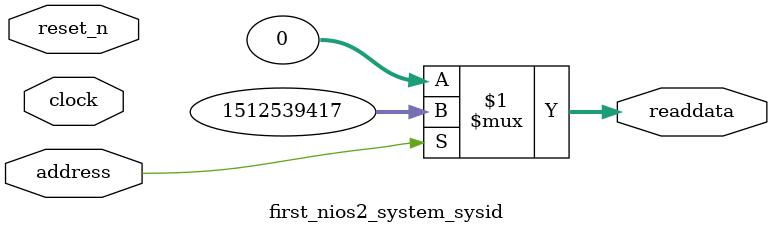
<source format=v>



// synthesis translate_off
`timescale 1ns / 1ps
// synthesis translate_on

// turn off superfluous verilog processor warnings 
// altera message_level Level1 
// altera message_off 10034 10035 10036 10037 10230 10240 10030 

module first_nios2_system_sysid (
               // inputs:
                address,
                clock,
                reset_n,

               // outputs:
                readdata
             )
;

  output  [ 31: 0] readdata;
  input            address;
  input            clock;
  input            reset_n;

  wire    [ 31: 0] readdata;
  //control_slave, which is an e_avalon_slave
  assign readdata = address ? 1512539417 : 0;

endmodule



</source>
